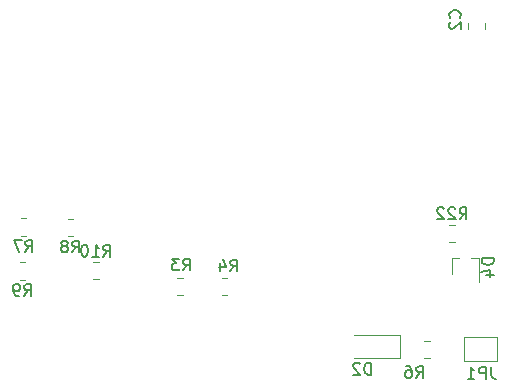
<source format=gbr>
%TF.GenerationSoftware,KiCad,Pcbnew,6.0.11-2627ca5db0~126~ubuntu22.04.1*%
%TF.CreationDate,2023-03-02T17:30:21-05:00*%
%TF.ProjectId,lin-peltier-control,6c696e2d-7065-46c7-9469-65722d636f6e,1.0*%
%TF.SameCoordinates,Original*%
%TF.FileFunction,Legend,Bot*%
%TF.FilePolarity,Positive*%
%FSLAX46Y46*%
G04 Gerber Fmt 4.6, Leading zero omitted, Abs format (unit mm)*
G04 Created by KiCad (PCBNEW 6.0.11-2627ca5db0~126~ubuntu22.04.1) date 2023-03-02 17:30:21*
%MOMM*%
%LPD*%
G01*
G04 APERTURE LIST*
%ADD10C,0.150000*%
%ADD11C,0.120000*%
G04 APERTURE END LIST*
D10*
%TO.C,R6*%
X216666666Y-97492380D02*
X217000000Y-97016190D01*
X217238095Y-97492380D02*
X217238095Y-96492380D01*
X216857142Y-96492380D01*
X216761904Y-96540000D01*
X216714285Y-96587619D01*
X216666666Y-96682857D01*
X216666666Y-96825714D01*
X216714285Y-96920952D01*
X216761904Y-96968571D01*
X216857142Y-97016190D01*
X217238095Y-97016190D01*
X215809523Y-96492380D02*
X216000000Y-96492380D01*
X216095238Y-96540000D01*
X216142857Y-96587619D01*
X216238095Y-96730476D01*
X216285714Y-96920952D01*
X216285714Y-97301904D01*
X216238095Y-97397142D01*
X216190476Y-97444761D01*
X216095238Y-97492380D01*
X215904761Y-97492380D01*
X215809523Y-97444761D01*
X215761904Y-97397142D01*
X215714285Y-97301904D01*
X215714285Y-97063809D01*
X215761904Y-96968571D01*
X215809523Y-96920952D01*
X215904761Y-96873333D01*
X216095238Y-96873333D01*
X216190476Y-96920952D01*
X216238095Y-96968571D01*
X216285714Y-97063809D01*
%TO.C,D4*%
X223212380Y-87371904D02*
X222212380Y-87371904D01*
X222212380Y-87610000D01*
X222260000Y-87752857D01*
X222355238Y-87848095D01*
X222450476Y-87895714D01*
X222640952Y-87943333D01*
X222783809Y-87943333D01*
X222974285Y-87895714D01*
X223069523Y-87848095D01*
X223164761Y-87752857D01*
X223212380Y-87610000D01*
X223212380Y-87371904D01*
X222545714Y-88800476D02*
X223212380Y-88800476D01*
X222164761Y-88562380D02*
X222879047Y-88324285D01*
X222879047Y-88943333D01*
%TO.C,JP1*%
X223003333Y-96582380D02*
X223003333Y-97296666D01*
X223050952Y-97439523D01*
X223146190Y-97534761D01*
X223289047Y-97582380D01*
X223384285Y-97582380D01*
X222527142Y-97582380D02*
X222527142Y-96582380D01*
X222146190Y-96582380D01*
X222050952Y-96630000D01*
X222003333Y-96677619D01*
X221955714Y-96772857D01*
X221955714Y-96915714D01*
X222003333Y-97010952D01*
X222050952Y-97058571D01*
X222146190Y-97106190D01*
X222527142Y-97106190D01*
X221003333Y-97582380D02*
X221574761Y-97582380D01*
X221289047Y-97582380D02*
X221289047Y-96582380D01*
X221384285Y-96725238D01*
X221479523Y-96820476D01*
X221574761Y-96868095D01*
%TO.C,D2*%
X212828095Y-97222380D02*
X212828095Y-96222380D01*
X212590000Y-96222380D01*
X212447142Y-96270000D01*
X212351904Y-96365238D01*
X212304285Y-96460476D01*
X212256666Y-96650952D01*
X212256666Y-96793809D01*
X212304285Y-96984285D01*
X212351904Y-97079523D01*
X212447142Y-97174761D01*
X212590000Y-97222380D01*
X212828095Y-97222380D01*
X211875714Y-96317619D02*
X211828095Y-96270000D01*
X211732857Y-96222380D01*
X211494761Y-96222380D01*
X211399523Y-96270000D01*
X211351904Y-96317619D01*
X211304285Y-96412857D01*
X211304285Y-96508095D01*
X211351904Y-96650952D01*
X211923333Y-97222380D01*
X211304285Y-97222380D01*
%TO.C,R3*%
X196916666Y-88402380D02*
X197250000Y-87926190D01*
X197488095Y-88402380D02*
X197488095Y-87402380D01*
X197107142Y-87402380D01*
X197011904Y-87450000D01*
X196964285Y-87497619D01*
X196916666Y-87592857D01*
X196916666Y-87735714D01*
X196964285Y-87830952D01*
X197011904Y-87878571D01*
X197107142Y-87926190D01*
X197488095Y-87926190D01*
X196583333Y-87402380D02*
X195964285Y-87402380D01*
X196297619Y-87783333D01*
X196154761Y-87783333D01*
X196059523Y-87830952D01*
X196011904Y-87878571D01*
X195964285Y-87973809D01*
X195964285Y-88211904D01*
X196011904Y-88307142D01*
X196059523Y-88354761D01*
X196154761Y-88402380D01*
X196440476Y-88402380D01*
X196535714Y-88354761D01*
X196583333Y-88307142D01*
%TO.C,R7*%
X183566666Y-86827380D02*
X183900000Y-86351190D01*
X184138095Y-86827380D02*
X184138095Y-85827380D01*
X183757142Y-85827380D01*
X183661904Y-85875000D01*
X183614285Y-85922619D01*
X183566666Y-86017857D01*
X183566666Y-86160714D01*
X183614285Y-86255952D01*
X183661904Y-86303571D01*
X183757142Y-86351190D01*
X184138095Y-86351190D01*
X183233333Y-85827380D02*
X182566666Y-85827380D01*
X182995238Y-86827380D01*
%TO.C,R4*%
X200916666Y-88477380D02*
X201250000Y-88001190D01*
X201488095Y-88477380D02*
X201488095Y-87477380D01*
X201107142Y-87477380D01*
X201011904Y-87525000D01*
X200964285Y-87572619D01*
X200916666Y-87667857D01*
X200916666Y-87810714D01*
X200964285Y-87905952D01*
X201011904Y-87953571D01*
X201107142Y-88001190D01*
X201488095Y-88001190D01*
X200059523Y-87810714D02*
X200059523Y-88477380D01*
X200297619Y-87429761D02*
X200535714Y-88144047D01*
X199916666Y-88144047D01*
%TO.C,C2*%
X220332142Y-67008333D02*
X220379761Y-66960714D01*
X220427380Y-66817857D01*
X220427380Y-66722619D01*
X220379761Y-66579761D01*
X220284523Y-66484523D01*
X220189285Y-66436904D01*
X219998809Y-66389285D01*
X219855952Y-66389285D01*
X219665476Y-66436904D01*
X219570238Y-66484523D01*
X219475000Y-66579761D01*
X219427380Y-66722619D01*
X219427380Y-66817857D01*
X219475000Y-66960714D01*
X219522619Y-67008333D01*
X219522619Y-67389285D02*
X219475000Y-67436904D01*
X219427380Y-67532142D01*
X219427380Y-67770238D01*
X219475000Y-67865476D01*
X219522619Y-67913095D01*
X219617857Y-67960714D01*
X219713095Y-67960714D01*
X219855952Y-67913095D01*
X220427380Y-67341666D01*
X220427380Y-67960714D01*
%TO.C,R8*%
X187541666Y-86877380D02*
X187875000Y-86401190D01*
X188113095Y-86877380D02*
X188113095Y-85877380D01*
X187732142Y-85877380D01*
X187636904Y-85925000D01*
X187589285Y-85972619D01*
X187541666Y-86067857D01*
X187541666Y-86210714D01*
X187589285Y-86305952D01*
X187636904Y-86353571D01*
X187732142Y-86401190D01*
X188113095Y-86401190D01*
X186970238Y-86305952D02*
X187065476Y-86258333D01*
X187113095Y-86210714D01*
X187160714Y-86115476D01*
X187160714Y-86067857D01*
X187113095Y-85972619D01*
X187065476Y-85925000D01*
X186970238Y-85877380D01*
X186779761Y-85877380D01*
X186684523Y-85925000D01*
X186636904Y-85972619D01*
X186589285Y-86067857D01*
X186589285Y-86115476D01*
X186636904Y-86210714D01*
X186684523Y-86258333D01*
X186779761Y-86305952D01*
X186970238Y-86305952D01*
X187065476Y-86353571D01*
X187113095Y-86401190D01*
X187160714Y-86496428D01*
X187160714Y-86686904D01*
X187113095Y-86782142D01*
X187065476Y-86829761D01*
X186970238Y-86877380D01*
X186779761Y-86877380D01*
X186684523Y-86829761D01*
X186636904Y-86782142D01*
X186589285Y-86686904D01*
X186589285Y-86496428D01*
X186636904Y-86401190D01*
X186684523Y-86353571D01*
X186779761Y-86305952D01*
%TO.C,R9*%
X183466666Y-90552380D02*
X183800000Y-90076190D01*
X184038095Y-90552380D02*
X184038095Y-89552380D01*
X183657142Y-89552380D01*
X183561904Y-89600000D01*
X183514285Y-89647619D01*
X183466666Y-89742857D01*
X183466666Y-89885714D01*
X183514285Y-89980952D01*
X183561904Y-90028571D01*
X183657142Y-90076190D01*
X184038095Y-90076190D01*
X182990476Y-90552380D02*
X182800000Y-90552380D01*
X182704761Y-90504761D01*
X182657142Y-90457142D01*
X182561904Y-90314285D01*
X182514285Y-90123809D01*
X182514285Y-89742857D01*
X182561904Y-89647619D01*
X182609523Y-89600000D01*
X182704761Y-89552380D01*
X182895238Y-89552380D01*
X182990476Y-89600000D01*
X183038095Y-89647619D01*
X183085714Y-89742857D01*
X183085714Y-89980952D01*
X183038095Y-90076190D01*
X182990476Y-90123809D01*
X182895238Y-90171428D01*
X182704761Y-90171428D01*
X182609523Y-90123809D01*
X182561904Y-90076190D01*
X182514285Y-89980952D01*
%TO.C,R10*%
X190167857Y-87227380D02*
X190501190Y-86751190D01*
X190739285Y-87227380D02*
X190739285Y-86227380D01*
X190358333Y-86227380D01*
X190263095Y-86275000D01*
X190215476Y-86322619D01*
X190167857Y-86417857D01*
X190167857Y-86560714D01*
X190215476Y-86655952D01*
X190263095Y-86703571D01*
X190358333Y-86751190D01*
X190739285Y-86751190D01*
X189215476Y-87227380D02*
X189786904Y-87227380D01*
X189501190Y-87227380D02*
X189501190Y-86227380D01*
X189596428Y-86370238D01*
X189691666Y-86465476D01*
X189786904Y-86513095D01*
X188596428Y-86227380D02*
X188501190Y-86227380D01*
X188405952Y-86275000D01*
X188358333Y-86322619D01*
X188310714Y-86417857D01*
X188263095Y-86608333D01*
X188263095Y-86846428D01*
X188310714Y-87036904D01*
X188358333Y-87132142D01*
X188405952Y-87179761D01*
X188501190Y-87227380D01*
X188596428Y-87227380D01*
X188691666Y-87179761D01*
X188739285Y-87132142D01*
X188786904Y-87036904D01*
X188834523Y-86846428D01*
X188834523Y-86608333D01*
X188786904Y-86417857D01*
X188739285Y-86322619D01*
X188691666Y-86275000D01*
X188596428Y-86227380D01*
%TO.C,R22*%
X220322857Y-84072380D02*
X220656190Y-83596190D01*
X220894285Y-84072380D02*
X220894285Y-83072380D01*
X220513333Y-83072380D01*
X220418095Y-83120000D01*
X220370476Y-83167619D01*
X220322857Y-83262857D01*
X220322857Y-83405714D01*
X220370476Y-83500952D01*
X220418095Y-83548571D01*
X220513333Y-83596190D01*
X220894285Y-83596190D01*
X219941904Y-83167619D02*
X219894285Y-83120000D01*
X219799047Y-83072380D01*
X219560952Y-83072380D01*
X219465714Y-83120000D01*
X219418095Y-83167619D01*
X219370476Y-83262857D01*
X219370476Y-83358095D01*
X219418095Y-83500952D01*
X219989523Y-84072380D01*
X219370476Y-84072380D01*
X218989523Y-83167619D02*
X218941904Y-83120000D01*
X218846666Y-83072380D01*
X218608571Y-83072380D01*
X218513333Y-83120000D01*
X218465714Y-83167619D01*
X218418095Y-83262857D01*
X218418095Y-83358095D01*
X218465714Y-83500952D01*
X219037142Y-84072380D01*
X218418095Y-84072380D01*
D11*
%TO.C,R6*%
X217322936Y-94355000D02*
X217777064Y-94355000D01*
X217322936Y-95825000D02*
X217777064Y-95825000D01*
%TO.C,D4*%
X220310000Y-87330000D02*
X219650000Y-87330000D01*
X219650000Y-88740000D02*
X219650000Y-87330000D01*
X221970000Y-87330000D02*
X221310000Y-87330000D01*
X221970000Y-87330000D02*
X221970000Y-89360000D01*
%TO.C,JP1*%
X223525000Y-96060000D02*
X223525000Y-94060000D01*
X220725000Y-94060000D02*
X220725000Y-96060000D01*
X220725000Y-96060000D02*
X223525000Y-96060000D01*
X223525000Y-94060000D02*
X220725000Y-94060000D01*
%TO.C,D2*%
X215300000Y-93840000D02*
X215300000Y-95840000D01*
X215300000Y-93840000D02*
X211400000Y-93840000D01*
X215300000Y-95840000D02*
X211400000Y-95840000D01*
%TO.C,R3*%
X196422936Y-89015000D02*
X196877064Y-89015000D01*
X196422936Y-90485000D02*
X196877064Y-90485000D01*
%TO.C,R7*%
X183172936Y-83990000D02*
X183627064Y-83990000D01*
X183172936Y-85460000D02*
X183627064Y-85460000D01*
%TO.C,R4*%
X200652064Y-89015000D02*
X200197936Y-89015000D01*
X200652064Y-90485000D02*
X200197936Y-90485000D01*
%TO.C,C2*%
X222510000Y-67973752D02*
X222510000Y-67451248D01*
X221040000Y-67973752D02*
X221040000Y-67451248D01*
%TO.C,R8*%
X187147936Y-85510000D02*
X187602064Y-85510000D01*
X187147936Y-84040000D02*
X187602064Y-84040000D01*
%TO.C,R9*%
X183072936Y-87715000D02*
X183527064Y-87715000D01*
X183072936Y-89185000D02*
X183527064Y-89185000D01*
%TO.C,R10*%
X189752064Y-89160000D02*
X189297936Y-89160000D01*
X189752064Y-87690000D02*
X189297936Y-87690000D01*
%TO.C,R22*%
X219907064Y-84535000D02*
X219452936Y-84535000D01*
X219907064Y-86005000D02*
X219452936Y-86005000D01*
%TD*%
M02*

</source>
